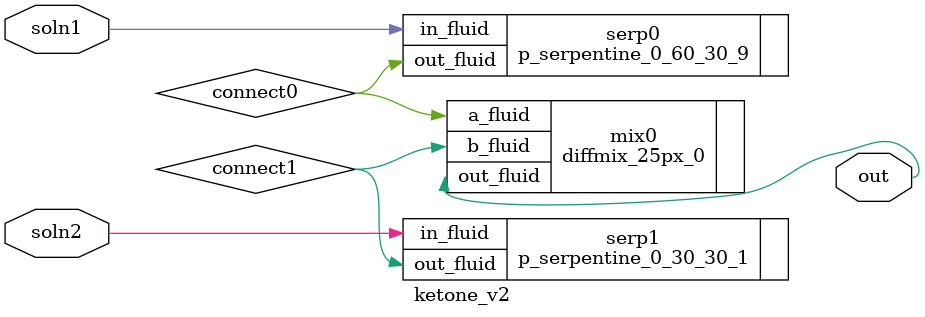
<source format=v>
module ketone_v2 (
	soln1,
	soln2,
	out 
);
input	soln1, soln2;
output	out;

wire	connect0,	connect1;

    
p_serpentine_0_60_30_9	serp0	(.in_fluid(soln1), .out_fluid(connect0));

p_serpentine_0_30_30_1	serp1	(.in_fluid(soln2), .out_fluid(connect1));
diffmix_25px_0	mix0	(.a_fluid(connect0), .b_fluid(connect1), .out_fluid(out));

    
endmodule
    
</source>
